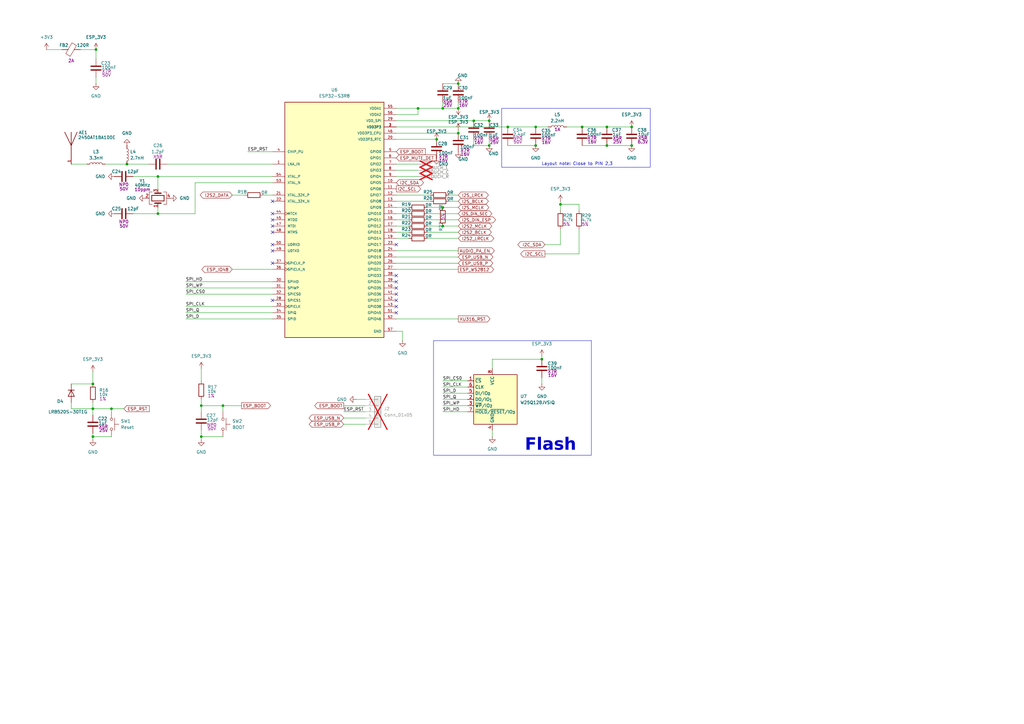
<source format=kicad_sch>
(kicad_sch (version 20250114) (generator "eeschema") (generator_version "9.0")
  (paper "A3")
  (title_block (title "Drop in replacement PCB for Nest mini GEN2") (rev "v1") (company "by iMike78 (inpired by Onju voice and HA VPE)"))
  (rectangle (start 205.74 44.45) (end 266.7 68.58))
  (rectangle (start 177.8 139.7) (end 242.57 186.69))
  (text "Layout note: Close to PIN 2,3" (at 236.728 67.31 0) (effects (font (size 1.27 1.27))))
  (text "Flash" (at 225.806 183.896 0) (effects (font (size 5 5) (bold yes))))
  (junction (at 82.55 179.07))
  (junction (at 39.37 20.32))
  (junction (at 179.07 57.15))
  (junction (at 200.66 49.53))
  (junction (at 52.07 67.31))
  (junction (at 82.55 166.37))
  (junction (at 187.96 34.29))
  (junction (at 229.87 83.82))
  (junction (at 219.71 52.07))
  (junction (at 238.76 52.07))
  (junction (at 181.61 92.71))
  (junction (at 91.44 166.37))
  (junction (at 64.77 87.63))
  (junction (at 187.96 44.45))
  (junction (at 38.1 179.07))
  (junction (at 171.45 44.45))
  (junction (at 194.31 49.53))
  (junction (at 181.61 44.45))
  (junction (at 222.25 147.32))
  (junction (at 200.66 59.69))
  (junction (at 219.71 59.69))
  (junction (at 38.1 167.64))
  (junction (at 181.61 85.09))
  (junction (at 64.77 72.39))
  (junction (at 259.08 59.69))
  (junction (at 248.92 59.69))
  (junction (at 208.28 52.07))
  (junction (at 45.72 167.64))
  (junction (at 259.08 52.07))
  (junction (at 38.1 157.48))
  (junction (at 248.92 52.07))
  (junction (at 187.96 54.61))
  (no_connect (at 162.56 120.65))
  (no_connect (at 162.56 115.57))
  (no_connect (at 111.76 90.17))
  (no_connect (at 162.56 123.19))
  (no_connect (at 111.76 92.71))
  (no_connect (at 162.56 125.73))
  (no_connect (at 162.56 100.33))
  (no_connect (at 111.76 107.95))
  (no_connect (at 111.76 95.25))
  (no_connect (at 162.56 128.27))
  (no_connect (at 162.56 118.11))
  (no_connect (at 162.56 113.03))
  (no_connect (at 111.76 102.87))
  (no_connect (at 111.76 100.33))
  (no_connect (at 111.76 82.55))
  (no_connect (at 111.76 87.63))
  (no_connect (at 111.76 123.19))
  (wire (pts (xy 76.2 118.11) (xy 111.76 118.11)))
  (wire (pts (xy 162.56 135.89) (xy 165.1 135.89)))
  (wire (pts (xy 181.61 156.21) (xy 191.77 156.21)))
  (wire (pts (xy 184.15 82.55) (xy 187.96 82.55)))
  (wire (pts (xy 201.93 147.32) (xy 201.93 151.13)))
  (wire (pts (xy 200.66 49.53) (xy 194.31 49.53)))
  (wire (pts (xy 64.77 87.63) (xy 64.77 85.09)))
  (wire (pts (xy 201.93 176.53) (xy 201.93 179.07)))
  (wire (pts (xy 184.15 80.01) (xy 187.96 80.01)))
  (wire (pts (xy 38.1 179.07) (xy 38.1 180.34)))
  (wire (pts (xy 38.1 167.64) (xy 38.1 170.18)))
  (wire (pts (xy 29.21 157.48) (xy 38.1 157.48)))
  (wire (pts (xy 181.61 168.91) (xy 191.77 168.91)))
  (wire (pts (xy 43.18 67.31) (xy 52.07 67.31)))
  (wire (pts (xy 181.61 34.29) (xy 187.96 34.29)))
  (wire (pts (xy 82.55 179.07) (xy 82.55 180.34)))
  (wire (pts (xy 38.1 179.07) (xy 45.72 179.07)))
  (wire (pts (xy 175.26 97.79) (xy 187.96 97.79)))
  (wire (pts (xy 248.92 52.07) (xy 259.08 52.07)))
  (wire (pts (xy 187.96 110.49) (xy 162.56 110.49)))
  (wire (pts (xy 237.49 83.82) (xy 237.49 86.36)))
  (wire (pts (xy 101.6 62.23) (xy 111.76 62.23)))
  (wire (pts (xy 29.21 167.64) (xy 38.1 167.64)))
  (wire (pts (xy 38.1 165.1) (xy 38.1 167.64)))
  (wire (pts (xy 175.26 95.25) (xy 187.96 95.25)))
  (wire (pts (xy 238.76 52.07) (xy 248.92 52.07)))
  (wire (pts (xy 187.96 54.61) (xy 187.96 53.34)))
  (wire (pts (xy 162.56 87.63) (xy 167.64 87.63)))
  (wire (pts (xy 162.56 54.61) (xy 187.96 54.61)))
  (wire (pts (xy 222.25 154.94) (xy 222.25 157.48)))
  (wire (pts (xy 80.01 87.63) (xy 80.01 74.93)))
  (wire (pts (xy 187.96 107.95) (xy 162.56 107.95)))
  (wire (pts (xy 229.87 82.55) (xy 229.87 83.82)))
  (wire (pts (xy 162.56 85.09) (xy 167.64 85.09)))
  (wire (pts (xy 237.49 104.14) (xy 223.52 104.14)))
  (wire (pts (xy 222.25 147.32) (xy 201.93 147.32)))
  (wire (pts (xy 175.26 85.09) (xy 181.61 85.09)))
  (wire (pts (xy 171.45 67.31) (xy 162.56 67.31)))
  (wire (pts (xy 171.45 46.99) (xy 171.45 44.45)))
  (wire (pts (xy 107.95 80.01) (xy 111.76 80.01)))
  (wire (pts (xy 162.56 49.53) (xy 194.31 49.53)))
  (wire (pts (xy 19.05 20.32) (xy 25.4 20.32)))
  (wire (pts (xy 29.21 165.1) (xy 29.21 167.64)))
  (wire (pts (xy 175.26 92.71) (xy 181.61 92.71)))
  (wire (pts (xy 38.1 152.4) (xy 38.1 157.48)))
  (wire (pts (xy 181.61 158.75) (xy 191.77 158.75)))
  (wire (pts (xy 76.2 115.57) (xy 111.76 115.57)))
  (wire (pts (xy 187.96 41.91) (xy 187.96 44.45)))
  (wire (pts (xy 165.1 135.89) (xy 165.1 139.7)))
  (wire (pts (xy 140.97 166.37) (xy 149.86 166.37)))
  (wire (pts (xy 162.56 46.99) (xy 171.45 46.99)))
  (wire (pts (xy 82.55 151.13) (xy 82.55 156.21)))
  (wire (pts (xy 91.44 166.37) (xy 91.44 168.91)))
  (wire (pts (xy 200.66 59.69) (xy 200.66 57.15)))
  (wire (pts (xy 181.61 85.09) (xy 187.96 85.09)))
  (wire (pts (xy 162.56 44.45) (xy 171.45 44.45)))
  (wire (pts (xy 162.56 90.17) (xy 167.64 90.17)))
  (wire (pts (xy 68.58 67.31) (xy 111.76 67.31)))
  (wire (pts (xy 64.77 72.39) (xy 64.77 77.47)))
  (wire (pts (xy 222.25 146.05) (xy 222.25 147.32)))
  (wire (pts (xy 38.1 177.8) (xy 38.1 179.07)))
  (wire (pts (xy 39.37 20.32) (xy 39.37 24.13)))
  (wire (pts (xy 76.2 128.27) (xy 111.76 128.27)))
  (wire (pts (xy 80.01 74.93) (xy 111.76 74.93)))
  (wire (pts (xy 162.56 52.07) (xy 208.28 52.07)))
  (wire (pts (xy 181.61 44.45) (xy 187.96 44.45)))
  (wire (pts (xy 82.55 166.37) (xy 91.44 166.37)))
  (wire (pts (xy 248.92 59.69) (xy 259.08 59.69)))
  (wire (pts (xy 181.61 41.91) (xy 181.61 44.45)))
  (wire (pts (xy 171.45 69.85) (xy 162.56 69.85)))
  (wire (pts (xy 219.71 52.07) (xy 224.79 52.07)))
  (wire (pts (xy 238.76 59.69) (xy 248.92 59.69)))
  (wire (pts (xy 162.56 57.15) (xy 179.07 57.15)))
  (wire (pts (xy 162.56 97.79) (xy 167.64 97.79)))
  (wire (pts (xy 162.56 95.25) (xy 167.64 95.25)))
  (wire (pts (xy 187.96 105.41) (xy 162.56 105.41)))
  (wire (pts (xy 45.72 167.64) (xy 45.72 168.91)))
  (wire (pts (xy 237.49 93.98) (xy 237.49 104.14)))
  (wire (pts (xy 140.97 171.45) (xy 149.86 171.45)))
  (wire (pts (xy 54.61 72.39) (xy 64.77 72.39)))
  (wire (pts (xy 54.61 87.63) (xy 64.77 87.63)))
  (wire (pts (xy 76.2 130.81) (xy 111.76 130.81)))
  (wire (pts (xy 39.37 31.75) (xy 39.37 34.29)))
  (wire (pts (xy 181.61 161.29) (xy 191.77 161.29)))
  (wire (pts (xy 146.05 163.83) (xy 149.86 163.83)))
  (wire (pts (xy 194.31 59.69) (xy 194.31 57.15)))
  (wire (pts (xy 162.56 130.81) (xy 187.96 130.81)))
  (wire (pts (xy 162.56 82.55) (xy 176.53 82.55)))
  (wire (pts (xy 162.56 92.71) (xy 167.64 92.71)))
  (wire (pts (xy 208.28 52.07) (xy 219.71 52.07)))
  (wire (pts (xy 33.02 20.32) (xy 39.37 20.32)))
  (wire (pts (xy 82.55 163.83) (xy 82.55 166.37)))
  (wire (pts (xy 181.61 163.83) (xy 191.77 163.83)))
  (wire (pts (xy 140.97 168.91) (xy 149.86 168.91)))
  (wire (pts (xy 187.96 102.87) (xy 162.56 102.87)))
  (wire (pts (xy 229.87 100.33) (xy 223.52 100.33)))
  (wire (pts (xy 95.25 110.49) (xy 111.76 110.49)))
  (wire (pts (xy 175.26 90.17) (xy 187.96 90.17)))
  (wire (pts (xy 111.76 72.39) (xy 64.77 72.39)))
  (wire (pts (xy 229.87 83.82) (xy 237.49 83.82)))
  (wire (pts (xy 29.21 67.31) (xy 35.56 67.31)))
  (wire (pts (xy 82.55 176.53) (xy 82.55 179.07)))
  (wire (pts (xy 200.66 59.69) (xy 194.31 59.69)))
  (wire (pts (xy 140.97 173.99) (xy 149.86 173.99)))
  (wire (pts (xy 76.2 120.65) (xy 111.76 120.65)))
  (wire (pts (xy 95.25 80.01) (xy 100.33 80.01)))
  (wire (pts (xy 91.44 179.07) (xy 82.55 179.07)))
  (wire (pts (xy 181.61 166.37) (xy 191.77 166.37)))
  (wire (pts (xy 232.41 52.07) (xy 238.76 52.07)))
  (wire (pts (xy 181.61 92.71) (xy 187.96 92.71)))
  (wire (pts (xy 38.1 167.64) (xy 45.72 167.64)))
  (wire (pts (xy 229.87 83.82) (xy 229.87 86.36)))
  (wire (pts (xy 82.55 166.37) (xy 82.55 168.91)))
  (wire (pts (xy 208.28 59.69) (xy 219.71 59.69)))
  (wire (pts (xy 76.2 125.73) (xy 111.76 125.73)))
  (wire (pts (xy 45.72 167.64) (xy 50.8 167.64)))
  (wire (pts (xy 171.45 72.39) (xy 162.56 72.39)))
  (wire (pts (xy 64.77 87.63) (xy 80.01 87.63)))
  (wire (pts (xy 171.45 44.45) (xy 181.61 44.45)))
  (wire (pts (xy 175.26 87.63) (xy 187.96 87.63)))
  (wire (pts (xy 229.87 93.98) (xy 229.87 100.33)))
  (wire (pts (xy 91.44 166.37) (xy 99.06 166.37)))
  (wire (pts (xy 52.07 67.31) (xy 60.96 67.31)))
  (wire (pts (xy 162.56 80.01) (xy 176.53 80.01)))
  (label "SPI_CS0" (at 181.61 156.21 0))
  (label "SPI_D" (at 181.61 161.29 0))
  (label "SPI_CLK" (at 181.61 158.75 0))
  (label "ESP_RST" (at 140.97 168.91 0))
  (label "SPI_HD" (at 76.2 115.57 0))
  (label "SPI_CS0" (at 76.2 120.65 0))
  (label "SPI_D" (at 76.2 130.81 0))
  (label "SPI_CLK" (at 76.2 125.73 0))
  (label "SPI_Q" (at 181.61 163.83 0))
  (label "ESP_RST" (at 101.6 62.23 0))
  (label "SPI_WP" (at 181.61 166.37 0))
  (label "SPI_Q" (at 76.2 128.27 0))
  (label "SPI_WP" (at 76.2 118.11 0))
  (label "SPI_HD" (at 181.61 168.91 0))
  (global_label "ESP_USB_P" (shape bidirectional) (at 187.96 107.95 0) (property "Intersheetrefs" "${INTERSHEET_REFS}" (effects (hide yes))))
  (global_label "I2S_DIN_SEC" (shape bidirectional) (at 187.96 87.63 0) (effects (font (size 1.143 1.143))) (property "Intersheetrefs" "${INTERSHEET_REFS}" (effects (hide yes))))
  (global_label "ESP_MUTE_DET" (shape input) (at 162.56 64.77 0) (property "Intersheetrefs" "${INTERSHEET_REFS}" (effects (hide yes))))
  (global_label "ESP_RST" (shape input) (at 50.8 167.64 0) (property "Intersheetrefs" "${INTERSHEET_REFS}" (effects (hide yes))))
  (global_label "I2S_DIN_ESP" (shape bidirectional) (at 187.96 90.17 0) (property "Intersheetrefs" "${INTERSHEET_REFS}" (effects (hide yes))))
  (global_label "I2C_SDA" (shape bidirectional) (at 223.52 100.33 180) (property "Intersheetrefs" "${INTERSHEET_REFS}" (effects (hide yes))))
  (global_label "I2S2_DATA" (shape bidirectional) (at 95.25 80.01 180) (property "Intersheetrefs" "${INTERSHEET_REFS}" (effects (hide yes))))
  (global_label "I2C_SCL" (shape output) (at 223.52 104.14 180) (property "Intersheetrefs" "${INTERSHEET_REFS}" (effects (hide yes))))
  (global_label "I2S2_MCLK" (shape bidirectional) (at 187.96 92.71 0) (property "Intersheetrefs" "${INTERSHEET_REFS}" (effects (hide yes))))
  (global_label "I2S_MCLK" (shape bidirectional) (at 187.96 85.09 0) (property "Intersheetrefs" "${INTERSHEET_REFS}" (effects (hide yes))))
  (global_label "ESP_BOOT" (shape input) (at 162.56 62.23 0) (property "Intersheetrefs" "${INTERSHEET_REFS}" (effects (hide yes))))
  (global_label "ESP_USB_N" (shape bidirectional) (at 140.97 171.45 180) (property "Intersheetrefs" "${INTERSHEET_REFS}" (effects (hide yes))))
  (global_label "ESP_BOOT" (shape output) (at 140.97 166.37 180) (property "Intersheetrefs" "${INTERSHEET_REFS}" (effects (hide yes))))
  (global_label "XU316_RST" (shape output) (at 187.96 130.81 0) (property "Intersheetrefs" "${INTERSHEET_REFS}" (effects (hide yes))))
  (global_label "I2S2_BCLK" (shape bidirectional) (at 187.96 95.25 0) (property "Intersheetrefs" "${INTERSHEET_REFS}" (effects (hide yes))))
  (global_label "AUDIO_PA_EN" (shape output) (at 187.96 102.87 0) (property "Intersheetrefs" "${INTERSHEET_REFS}" (effects (hide yes))))
  (global_label "ESP_BOOT" (shape output) (at 99.06 166.37 0) (property "Intersheetrefs" "${INTERSHEET_REFS}" (effects (hide yes))))
  (global_label "I2C_SCL" (shape output) (at 162.56 77.47 0) (property "Intersheetrefs" "${INTERSHEET_REFS}" (effects (hide yes))))
  (global_label "I2S2_LRCLK" (shape bidirectional) (at 187.96 97.79 0) (property "Intersheetrefs" "${INTERSHEET_REFS}" (effects (hide yes))))
  (global_label "ESP_WS2812" (shape output) (at 187.96 110.49 0) (property "Intersheetrefs" "${INTERSHEET_REFS}" (effects (hide yes))))
  (global_label "ESP_USB_N" (shape bidirectional) (at 187.96 105.41 0) (property "Intersheetrefs" "${INTERSHEET_REFS}" (effects (hide yes))))
  (global_label "ESP_IO48" (shape bidirectional) (at 95.25 110.49 180) (property "Intersheetrefs" "${INTERSHEET_REFS}" (effects (hide yes))))
  (global_label "I2S_BCLK" (shape bidirectional) (at 187.96 82.55 0) (property "Intersheetrefs" "${INTERSHEET_REFS}" (effects (hide yes))))
  (global_label "I2C_SDA" (shape bidirectional) (at 162.56 74.93 0) (property "Intersheetrefs" "${INTERSHEET_REFS}" (effects (hide yes))))
  (global_label "ESP_USB_P" (shape bidirectional) (at 140.97 173.99 180) (property "Intersheetrefs" "${INTERSHEET_REFS}" (effects (hide yes))))
  (global_label "I2S_LRCK" (shape bidirectional) (at 187.96 80.01 0) (property "Intersheetrefs" "${INTERSHEET_REFS}" (effects (hide yes))))
  (symbol (lib_id "power:GND") (at 200.66 59.69 0) (unit 1)
    (property "Reference" "#PWR063" (effects (hide yes)))
    (property "Value" "GND" (at 202.438 62.992 0))
    (property "Description" "Power symbol creates a global label with name \"GND\" , ground" (effects (hide yes)))
  )
  (symbol (lib_id "Device:C") (at 219.71 55.88 0) (unit 1)
    (property "Reference" "C35" (at 221.996 53.594 0) (effects (justify left)))
    (property "Value" "100nF" (at 221.996 55.372 0) (effects (justify left)))
    (property "Footprint" "Capacitor_SMD:C_0402_1005Metric" (effects (hide yes)))
    (property "Description" "Unpolarized capacitor" (effects (hide yes)))
    (property "Dielectric" "X7R" (at 224.028 56.896 0))
    (property "Voltage" "16V" (at 224.028 58.42 0))
    (property "Function" "ESP32" (effects (hide yes)))
    (property "LCSC Part #" "C1525" (effects (hide yes)))
    (property "Manufacturer" "Samsung Electro-Mechanics" (effects (hide yes)))
    (property "Manufacturer Part" "CL05B104KO5NNNC" (effects (hide yes)))
    (property "MPN" "CL05B104KO5NNNC" (effects (hide yes)))
  )
  (symbol (lib_id "Device:C") (at 38.1 173.99 0) (unit 1)
    (property "Reference" "C22" (at 40.132 171.704 0) (effects (justify left)))
    (property "Value" "1uF" (at 40.386 173.482 0) (effects (justify left)))
    (property "Footprint" "Capacitor_SMD:C_0402_1005Metric" (effects (hide yes)))
    (property "Description" "Unpolarized capacitor" (effects (hide yes)))
    (property "Dielectric" "X5R" (at 42.418 175.006 0))
    (property "Voltage" "25V" (at 42.418 176.53 0))
    (property "Function" "ESP32" (effects (hide yes)))
    (property "Supplier Part" "C52923" (effects (hide yes)))
    (property "Manufacturer" "Samsung Electro-Mechanics" (effects (hide yes)))
    (property "Manufacturer Part" "CL05A105KA5NQNC" (effects (hide yes)))
    (property "LCSC Part #" "C52923" (effects (hide yes)))
  )
  (symbol (lib_id "New_Library:ESP_3V3") (at 187.96 53.34 0) (unit 1)
    (property "Reference" "#PWR060" (effects (hide yes)))
    (property "Value" "ESP_3V3" (at 187.96 50.038 0))
    (property "Description" "Power symbol creates a global label with name \"+3.3V\"" (effects (hide yes)))
  )
  (symbol (lib_id "Device:C") (at 181.61 38.1 0) (unit 1)
    (property "Reference" "C29" (at 181.61 36.068 0) (effects (justify left)))
    (property "Value" "1uF" (at 181.61 40.132 0) (effects (justify left)))
    (property "Footprint" "Capacitor_SMD:C_0402_1005Metric" (effects (hide yes)))
    (property "Description" "Unpolarized capacitor" (effects (hide yes)))
    (property "Dielectric" "X5R" (at 183.642 41.656 0))
    (property "Voltage" "25V" (at 183.642 43.18 0))
    (property "Function" "ESP32" (effects (hide yes)))
    (property "LCSC Part #" "C52923" (effects (hide yes)))
    (property "Manufacturer" "Samsung Electro-Mechanics" (effects (hide yes)))
    (property "Manufacturer Part" "CL05A105KA5NQNC" (effects (hide yes)))
    (property "MPN" "CL05A105KA5NQNC" (effects (hide yes)))
  )
  (symbol (lib_id "power:GND") (at 165.1 139.7 0) (unit 1)
    (property "Reference" "#PWR055" (effects (hide yes)))
    (property "Value" "GND" (at 165.1 144.78 0))
    (property "Description" "Power symbol creates a global label with name \"GND\" , ground" (effects (hide yes)))
  )
  (symbol (lib_id "Device:L") (at 39.37 67.31 90) (unit 1)
    (property "Reference" "L3" (at 39.37 62.23 90))
    (property "Value" "3.3nH" (at 39.37 64.77 90))
    (property "Footprint" "Inductor_SMD:L_0402_1005Metric" (effects (hide yes)))
    (property "Description" "Inductor" (effects (hide yes)))
    (property "Function" "ESP32" (effects (hide yes)))
    (property "LCSC Part #" "C16526" (effects (hide yes)))
    (property "Manufacturer" "Sunlord" (effects (hide yes)))
    (property "Manufacturer Part" "SDCL1005C3N3STDF" (effects (hide yes)))
    (property "MPN" "SDCL1005C3N3STDF" (effects (hide yes)))
  )
  (symbol (lib_id "power:GND") (at 222.25 157.48 0) (unit 1)
    (property "Reference" "#PWR070" (effects (hide yes)))
    (property "Value" "GND" (at 222.25 162.56 0))
    (property "Description" "Power symbol creates a global label with name \"GND\" , ground" (effects (hide yes)))
  )
  (symbol (lib_id "Device:L") (at 52.07 63.5 0) (unit 1)
    (property "Reference" "L4" (at 53.34 62.2299 0) (effects (justify left)))
    (property "Value" "2.7nH" (at 53.34 64.7699 0) (effects (justify left)))
    (property "Footprint" "Inductor_SMD:L_0402_1005Metric" (effects (hide yes)))
    (property "Description" "Inductor" (effects (hide yes)))
    (property "Function" "ESP32" (effects (hide yes)))
    (property "LCSC Part #" "C434826" (effects (hide yes)))
    (property "Manufacturer" "TDK" (effects (hide yes)))
    (property "Manufacturer Part" "MHQ1005P2N7BT000" (effects (hide yes)))
    (property "MPN" "MHQ1005P2N7BT000" (effects (hide yes)))
  )
  (symbol (lib_id "New_Library:ESP_3V3") (at 200.66 49.53 0) (unit 1)
    (property "Reference" "#PWR062" (effects (hide yes)))
    (property "Value" "ESP_3V3" (at 200.66 45.974 0))
    (property "Description" "Power symbol creates a global label with name \"+3.3V\"" (effects (hide yes)))
  )
  (symbol (lib_id "Device:C") (at 187.96 38.1 0) (unit 1)
    (property "Reference" "C30" (at 187.96 36.068 0) (effects (justify left)))
    (property "Value" "100nF" (at 187.96 40.132 0) (effects (justify left)))
    (property "Footprint" "Capacitor_SMD:C_0402_1005Metric" (effects (hide yes)))
    (property "Description" "Unpolarized capacitor" (effects (hide yes)))
    (property "Dielectric" "X7R" (at 189.992 41.656 0))
    (property "Voltage" "16V" (at 189.992 43.18 0))
    (property "Function" "ESP32" (effects (hide yes)))
    (property "LCSC Part #" "C1525" (effects (hide yes)))
    (property "Manufacturer" "Samsung Electro-Mechanics" (effects (hide yes)))
    (property "Manufacturer Part" "CL05B104KO5NNNC" (effects (hide yes)))
    (property "MPN" "CL05B104KO5NNNC" (effects (hide yes)))
  )
  (symbol (lib_id "New_Library:ESP_3V3") (at 187.96 44.45 180) (unit 1)
    (property "Reference" "#PWR059" (effects (hide yes)))
    (property "Value" "ESP_3V3" (at 187.96 48.006 0))
    (property "Description" "Power symbol creates a global label with name \"+3.3V\"" (effects (hide yes)))
  )
  (symbol (lib_id "Device:C") (at 222.25 151.13 0) (unit 1)
    (property "Reference" "C39" (at 224.536 149.098 0) (effects (justify left)))
    (property "Value" "100nF" (at 224.536 150.876 0) (effects (justify left)))
    (property "Footprint" "Capacitor_SMD:C_0402_1005Metric" (effects (hide yes)))
    (property "Description" "Unpolarized capacitor" (effects (hide yes)))
    (property "Dielectric" "X7R" (at 226.568 152.4 0))
    (property "Voltage" "16V" (at 226.568 153.924 0))
    (property "Function" "ESP32" (effects (hide yes)))
    (property "LCSC Part #" "C1525" (effects (hide yes)))
    (property "Manufacturer" "Samsung Electro-Mechanics" (effects (hide yes)))
    (property "Manufacturer Part" "CL05B104KO5NNNC" (effects (hide yes)))
    (property "MPN" "CL05B104KO5NNNC" (effects (hide yes)))
  )
  (symbol (lib_id "power:GND") (at 39.37 34.29 0) (unit 1)
    (property "Reference" "#PWR046" (effects (hide yes)))
    (property "Value" "GND" (at 39.37 39.37 0))
    (property "Description" "Power symbol creates a global label with name \"GND\" , ground" (effects (hide yes)))
  )
  (symbol (lib_id "power:GND") (at 179.07 64.77 0) (unit 1)
    (property "Reference" "#PWR057" (effects (hide yes)))
    (property "Value" "GND" (at 181.864 67.31 0))
    (property "Description" "Power symbol creates a global label with name \"GND\" , ground" (effects (hide yes)))
  )
  (symbol (lib_id "power:GND") (at 201.93 179.07 0) (unit 1)
    (property "Reference" "#PWR066" (effects (hide yes)))
    (property "Value" "GND" (at 201.93 184.15 0))
    (property "Description" "Power symbol creates a global label with name \"GND\" , ground" (effects (hide yes)))
  )
  (symbol (lib_id "Connector_Generic:Conn_01x05") (at 154.94 168.91 0) (unit 1) (dnp yes)
    (property "Reference" "J2" (at 157.48 167.6399 0) (effects (justify left)))
    (property "Value" "Conn_01x05" (at 157.48 170.1799 0) (effects (justify left)))
    (property "Footprint" "Connector_PinHeader_2.54mm:PinHeader_1x05_P2.54mm_Vertical" (effects (hide yes)))
    (property "Description" "Generic connector, single row, 01x05, script generated (kicad-library-utils/schlib/autogen/connector/)" (effects (hide yes)))
  )
  (symbol (lib_id "power:+3V3") (at 19.05 20.32 0) (unit 1)
    (property "Reference" "#PWR042" (effects (hide yes)))
    (property "Value" "+3V3" (at 19.05 15.24 0))
    (property "Description" "Power symbol creates a global label with name \"+3V3\"" (effects (hide yes)))
  )
  (symbol (lib_id "New_Library:ESP_3V3") (at 259.08 52.07 0) (unit 1)
    (property "Reference" "#PWR067" (effects (hide yes)))
    (property "Value" "ESP_3V3" (at 259.08 46.99 0))
    (property "Description" "Power symbol creates a global label with name \"+3.3V\"" (effects (hide yes)))
  )
  (symbol (lib_id "New_Library:ESP_3V3") (at 82.55 151.13 0) (unit 1)
    (property "Reference" "#PWR052" (effects (hide yes)))
    (property "Value" "ESP_3V3" (at 82.55 146.05 0))
    (property "Description" "Power symbol creates a global label with name \"+3.3V\"" (effects (hide yes)))
  )
  (symbol (lib_id "Connector:TestPoint") (at 171.45 72.39 270) (unit 1) (in_bom no) (dnp yes)
    (property "Reference" "TP3" (effects (hide yes)))
    (property "Value" "TOUCH_R" (at 175.514 72.39 90) (effects (justify left)))
    (property "Footprint" "TestPoint:TestPoint_Pad_2.5x2.5mm" (effects (hide yes)))
    (property "Description" "test point" (effects (hide yes)))
  )
  (symbol (lib_id "Device:C") (at 82.55 172.72 0) (unit 1)
    (property "Reference" "C27" (at 84.582 170.434 0) (effects (justify left)))
    (property "Value" "12pF" (at 84.836 172.212 0) (effects (justify left)))
    (property "Footprint" "Capacitor_SMD:C_0402_1005Metric" (effects (hide yes)))
    (property "Description" "Unpolarized capacitor" (effects (hide yes)))
    (property "Dielectric" "NP0" (at 86.868 174.244 0))
    (property "Voltage" "50V" (at 86.868 175.768 0))
    (property "Function" "ESP32" (effects (hide yes)))
    (property "Supplier Part" "C1547" (effects (hide yes)))
    (property "Manufacturer" "FH (Guangdong Fenghua Advanced Tech)" (effects (hide yes)))
    (property "Manufacturer Part" "0402CG120J500NT" (effects (hide yes)))
    (property "LCSC Part #" "C1547" (effects (hide yes)))
    (property "MPN" "0402CG120J500NT" (effects (hide yes)))
  )
  (symbol (lib_id "Device:D") (at 29.21 161.29 270) (unit 1)
    (property "Reference" "D4" (at 23.368 164.592 90) (effects (justify left)))
    (property "Value" "LRB520S-30T1G" (at 19.812 168.91 90) (effects (justify left)))
    (property "Footprint" "Diode_SMD:D_SOD-523" (effects (hide yes)))
    (property "Description" "Diode" (effects (hide yes)))
    (property "Sim.Device" "D" (effects (hide yes)))
    (property "Sim.Pins" "1=K 2=A" (effects (hide yes)))
    (property "Function" "ESP32" (effects (hide yes)))
    (property "Supplier Part" "C83680" (effects (hide yes)))
    (property "MANUFACTURER" "LRC" (effects (hide yes)))
    (property "MP" "LRB520S-30T1G" (effects (hide yes)))
    (property "Manufacturer" "LRC" (effects (hide yes)))
    (property "Manufacturer Part" "LRB520S-30T1G" (effects (hide yes)))
    (property "LCSC Part #" "C83680" (effects (hide yes)))
  )
  (symbol (lib_id "Device:R") (at 180.34 82.55 90) (unit 1)
    (property "Reference" "R26" (at 175.514 81.28 90))
    (property "Value" "0R" (at 184.658 81.534 90))
    (property "Footprint" "Resistor_SMD:R_0402_1005Metric" (effects (hide yes)))
    (property "Description" "Resistor" (effects (hide yes)))
    (property "Tolerance" "5%" (effects (hide yes)))
    (property "LCSC Part #" "C17168" (effects (hide yes)))
    (property "Manufacturer" "UNI-ROYAL(Uniroyal Elec)" (effects (hide yes)))
    (property "Manufacturer Part" "0402WGF0000TCE" (effects (hide yes)))
    (property "MPN" "0402WGF0000TCE" (effects (hide yes)))
  )
  (symbol (lib_id "New_Library:ESP_3V3") (at 229.87 82.55 0) (unit 1)
    (property "Reference" "#PWR065" (effects (hide yes)))
    (property "Value" "ESP_3V3" (at 229.87 77.47 0))
    (property "Description" "Power symbol creates a global label with name \"+3.3V\"" (effects (hide yes)))
  )
  (symbol (lib_id "New_Library:ESP_3V3") (at 179.07 57.15 0) (unit 1)
    (property "Reference" "#PWR056" (effects (hide yes)))
    (property "Value" "ESP_3V3" (at 179.07 53.848 0))
    (property "Description" "Power symbol creates a global label with name \"+3.3V\"" (effects (hide yes)))
  )
  (symbol (lib_id "Device:C") (at 50.8 72.39 90) (unit 1)
    (property "Reference" "C24" (at 47.752 70.358 90))
    (property "Value" "12pF" (at 54.61 70.358 90))
    (property "Footprint" "Capacitor_SMD:C_0402_1005Metric" (effects (hide yes)))
    (property "Description" "Unpolarized capacitor" (effects (hide yes)))
    (property "Dielectric" "NP0" (at 50.8 75.692 90))
    (property "Voltage" "50V" (at 50.8 77.47 90))
    (property "Function" "ESP32" (effects (hide yes)))
    (property "LCSC Part #" "C1547" (effects (hide yes)))
    (property "Manufacturer" "FH (Guangdong Fenghua Advanced Tech)" (effects (hide yes)))
    (property "Manufacturer Part" "0402CG120J500NT" (effects (hide yes)))
    (property "MPN" "0402CG120J500NT" (effects (hide yes)))
  )
  (symbol (lib_id "Device:R") (at 171.45 97.79 90) (unit 1)
    (property "Reference" "R24" (at 166.624 96.52 90))
    (property "Value" "0R" (at 175.768 96.774 90))
    (property "Footprint" "Resistor_SMD:R_0402_1005Metric" (effects (hide yes)))
    (property "Description" "Resistor" (effects (hide yes)))
    (property "Tolerance" "5%" (effects (hide yes)))
    (property "LCSC Part #" "C17168" (effects (hide yes)))
    (property "Manufacturer" "UNI-ROYAL(Uniroyal Elec)" (effects (hide yes)))
    (property "Manufacturer Part" "0402WGF0000TCE" (effects (hide yes)))
    (property "MPN" "0402WGF0000TCE" (effects (hide yes)))
  )
  (symbol (lib_id "Device:R") (at 104.14 80.01 90) (unit 1)
    (property "Reference" "R18" (at 99.314 78.74 90))
    (property "Value" "0R" (at 108.458 78.994 90))
    (property "Footprint" "Resistor_SMD:R_0402_1005Metric" (effects (hide yes)))
    (property "Description" "Resistor" (effects (hide yes)))
    (property "Tolerance" "5%" (effects (hide yes)))
    (property "LCSC Part #" "C17168" (effects (hide yes)))
    (property "Manufacturer" "UNI-ROYAL(Uniroyal Elec)" (effects (hide yes)))
    (property "Manufacturer Part" "0402WGF0000TCE" (effects (hide yes)))
    (property "MPN" "0402WGF0000TCE" (effects (hide yes)))
  )
  (symbol (lib_id "power:GND") (at 219.71 59.69 0) (unit 1)
    (property "Reference" "#PWR064" (effects (hide yes)))
    (property "Value" "GND" (at 219.71 64.77 0))
    (property "Description" "Power symbol creates a global label with name \"GND\" , ground" (effects (hide yes)))
  )
  (symbol (lib_id "Device:R") (at 180.34 80.01 90) (unit 1)
    (property "Reference" "R25" (at 175.514 78.74 90))
    (property "Value" "0R" (at 184.658 78.994 90))
    (property "Footprint" "Resistor_SMD:R_0402_1005Metric" (effects (hide yes)))
    (property "Description" "Resistor" (effects (hide yes)))
    (property "Tolerance" "5%" (effects (hide yes)))
    (property "LCSC Part #" "C17168" (effects (hide yes)))
    (property "Manufacturer" "UNI-ROYAL(Uniroyal Elec)" (effects (hide yes)))
    (property "Manufacturer Part" "0402WGF0000TCE" (effects (hide yes)))
    (property "MPN" "0402WGF0000TCE" (effects (hide yes)))
  )
  (symbol (lib_id "Device:C") (at 64.77 67.31 90) (unit 1)
    (property "Reference" "C26" (at 64.77 59.69 90))
    (property "Value" "1.2pF" (at 64.77 62.23 90))
    (property "Footprint" "Capacitor_SMD:C_0402_1005Metric" (effects (hide yes)))
    (property "Description" "Unpolarized capacitor" (effects (hide yes)))
    (property "Dielectric" "X5R" (at 64.77 64.262 90))
    (property "Function" "ESP32" (effects (hide yes)))
    (property "Voltage" "10V" (effects (hide yes)))
    (property "LCSC Part #" "C327292" (effects (hide yes)))
    (property "Manufacturer" "YAGEO" (effects (hide yes)))
    (property "Manufacturer Part" "CC0402BRNPO9BN1R2" (effects (hide yes)))
    (property "MPN" "CC0402BRNPO9BN1R2" (effects (hide yes)))
  )
  (symbol (lib_id "New_Library:ESP32-S3R8") (at 137.16 90.17 0) (unit 1)
    (property "Reference" "U6" (at 137.16 36.83 0))
    (property "Value" "ESP32-S3R8" (at 137.16 39.37 0))
    (property "Footprint" "Onju:QFN40P700X700X90-57N" (effects (hide yes)))
    (property "MF" "Espressif Systems" (effects (hide yes)))
    (property "Description_1" "IC RF TxRx + MCU Bluetooth, WiFi 802.11b/g/n, Bluetooth v5.0 2.412GHz ~ 2.484GHz 56-VFQFN Exposed Pad" (effects (hide yes)))
    (property "Package" "None" (effects (hide yes)))
    (property "Price" "None" (effects (hide yes)))
    (property "Check_prices" "https://www.snapeda.com/parts/ESP32-S3R8/Espressif+Systems/view-part/?ref=eda" (effects (hide yes)))
    (property "SnapEDA_Link" "https://www.snapeda.com/parts/ESP32-S3R8/Espressif+Systems/view-part/?ref=snap" (effects (hide yes)))
    (property "MP" "ESP32-S3R8" (effects (hide yes)))
    (property "Availability" "In Stock" (effects (hide yes)))
    (property "Purchase-URL" "https://pricing.snapeda.com/search/part/ESP32-S3R8/?ref=eda" (effects (hide yes)))
    (property "Function" "ESP32" (effects (hide yes)))
    (property "LCSC Part #" "C2913194" (effects (hide yes)))
    (property "Manufacturer" "Espressif Systems" (effects (hide yes)))
    (property "Manufacturer Part" "ESP32-S3R8" (effects (hide yes)))
    (property "MPN" "ESP32-S3R8" (effects (hide yes)))
  )
  (symbol (lib_id "Device:R") (at 237.49 90.17 0) (unit 1)
    (property "Reference" "R29" (at 238.506 88.392 0) (effects (justify left)))
    (property "Value" "4.7k" (at 238.506 90.17 0) (effects (justify left)))
    (property "Footprint" "Resistor_SMD:R_0402_1005Metric" (effects (hide yes)))
    (property "Description" "Resistor" (effects (hide yes)))
    (property "Tolerance" "5%" (at 240.03 91.948 0))
    (property "Function" "ESP32" (effects (hide yes)))
    (property "LCSC Part #" "C25900" (effects (hide yes)))
    (property "Manufacturer" "UNI-ROYAL(Uniroyal Elec)" (effects (hide yes)))
    (property "Manufacturer Part" "0402WGF4701TCE" (effects (hide yes)))
    (property "MPN" "0402WGF4701TCE" (effects (hide yes)))
  )
  (symbol (lib_id "Memory_Flash:W25Q128JVS") (at 201.93 163.83 0) (unit 1)
    (property "Reference" "U7" (at 213.36 162.5599 0) (effects (justify left)))
    (property "Value" "W25Q128JVSIQ" (at 213.36 165.0999 0) (effects (justify left)))
    (property "Footprint" "Package_SO:SOIC-8_5.3x5.3mm_P1.27mm" (effects (hide yes)))
    (property "Datasheet" "https://www.winbond.com/resource-files/w25q128jv_dtr%20revc%2003272018%20plus.pdf" (effects (hide yes)))
    (property "Description" "128Mbit / 16MiB Serial Flash Memory, Standard/Dual/Quad SPI, 2.7-3.6V, SOIC-8" (effects (hide yes)))
    (property "Function" "ESP32" (effects (hide yes)))
    (property "LCSC Part #" "C97521" (effects (hide yes)))
    (property "Manufacturer" "Winbond Elec" (effects (hide yes)))
    (property "Manufacturer Part" "W25Q128JVSIQ" (effects (hide yes)))
    (property "MPN" "W25Q128JVSIQ" (effects (hide yes)))
  )
  (symbol (lib_id "Device:C") (at 194.31 53.34 0) (unit 1)
    (property "Reference" "C32" (at 194.31 51.308 0) (effects (justify left)))
    (property "Value" "100nF" (at 194.31 55.372 0) (effects (justify left)))
    (property "Footprint" "Capacitor_SMD:C_0402_1005Metric" (effects (hide yes)))
    (property "Description" "Unpolarized capacitor" (effects (hide yes)))
    (property "Dielectric" "X7R" (at 196.342 56.896 0))
    (property "Voltage" "16V" (at 196.342 58.42 0))
    (property "Function" "ESP32" (effects (hide yes)))
    (property "LCSC Part #" "C1525" (effects (hide yes)))
    (property "Manufacturer" "Samsung Electro-Mechanics" (effects (hide yes)))
    (property "Manufacturer Part" "CL05B104KO5NNNC" (effects (hide yes)))
    (property "MPN" "CL05B104KO5NNNC" (effects (hide yes)))
  )
  (symbol (lib_id "Connector:TestPoint") (at 171.45 67.31 270) (unit 1) (in_bom no) (dnp yes)
    (property "Reference" "TP1" (effects (hide yes)))
    (property "Value" "TOUCH_L" (at 175.514 68.834 90) (effects (justify left)))
    (property "Footprint" "TestPoint:TestPoint_Pad_2.5x2.5mm" (effects (hide yes)))
    (property "Description" "test point" (effects (hide yes)))
  )
  (symbol (lib_id "New_Library:ESP_3V3") (at 222.25 146.05 0) (unit 1)
    (property "Reference" "#PWR069" (effects (hide yes)))
    (property "Value" "ESP_3V3" (at 222.25 140.97 0))
    (property "Description" "Power symbol creates a global label with name \"+3.3V\"" (effects (hide yes)))
  )
  (symbol (lib_id "Device:C") (at 248.92 55.88 0) (unit 1)
    (property "Reference" "C37" (at 250.952 53.34 0) (effects (justify left)))
    (property "Value" "1uF" (at 251.206 55.118 0) (effects (justify left)))
    (property "Footprint" "Capacitor_SMD:C_0402_1005Metric" (effects (hide yes)))
    (property "Description" "Unpolarized capacitor" (effects (hide yes)))
    (property "Dielectric" "X5R" (at 253.238 56.642 0))
    (property "Voltage" "25V" (at 253.238 58.166 0))
    (property "Function" "ESP32" (effects (hide yes)))
    (property "LCSC Part #" "C52923" (effects (hide yes)))
    (property "Manufacturer" "Samsung Electro-Mechanics" (effects (hide yes)))
    (property "Manufacturer Part" "CL05A105KA5NQNC" (effects (hide yes)))
    (property "MPN" "CL05A105KA5NQNC" (effects (hide yes)))
  )
  (symbol (lib_id "Switch:SW_Push") (at 45.72 173.99 270) (unit 1)
    (property "Reference" "SW1" (at 49.53 172.7199 90) (effects (justify left)))
    (property "Value" "Reset" (at 49.53 175.2599 90) (effects (justify left)))
    (property "Footprint" "Onju:SW-SMD_4P-L4.2-W3.2-P2.15-LS4.5" (effects (hide yes)))
    (property "Description" "Push button switch, generic, two pins" (effects (hide yes)))
    (property "Function" "ESP32" (effects (hide yes)))
    (property "Manufacturer" "C&K" (effects (hide yes)))
    (property "Manufacturer Part" "PTS810SJS250SMTRLFS" (effects (hide yes)))
    (property "Supplier Part" "C221897" (effects (hide yes)))
    (property "LCSC Part #" "C221897" (effects (hide yes)))
  )
  (symbol (lib_id "power:GND") (at 259.08 59.69 0) (unit 1)
    (property "Reference" "#PWR068" (effects (hide yes)))
    (property "Value" "GND" (at 259.08 64.77 0))
    (property "Description" "Power symbol creates a global label with name \"GND\" , ground" (effects (hide yes)))
  )
  (symbol (lib_id "New_Library:2450AT18A100E") (at 29.21 62.23 0) (unit 1)
    (property "Reference" "AE1" (at 32.258 54.356 0) (effects (justify left)))
    (property "Value" "2450AT18A100E" (at 32.004 56.388 0) (effects (justify left)))
    (property "Footprint" "RF_Antenna:Johanson_2450AT18x100" (effects (hide yes)))
    (property "MF" "Johanson Technology" (effects (hide yes)))
    (property "Description_1" "2.4GHz - Chip RF Antenna 2.4GHz ~ 2.5GHz 0.5dBi Solder Surface Mount" (effects (hide yes)))
    (property "Package" "Package" (effects (hide yes)))
    (property "Price" "None" (effects (hide yes)))
    (property "STANDARD" "IPC-7351B" (effects (hide yes)))
    (property "PARTREV" "1.3" (effects (hide yes)))
    (property "MP" "2450AT18A100E" (effects (hide yes)))
    (property "MANUFACTURER" "JOHANSON DESIGN" (effects (hide yes)))
    (property "Function" "ESP32" (effects (hide yes)))
    (property "LCSC Part #" "C89334" (effects (hide yes)))
    (property "Manufacturer" "JOHANSON DESIGN" (effects (hide yes)))
    (property "Manufacturer Part" "2450AT18A100E" (effects (hide yes)))
    (property "Manufacturer Part Number" "2450AT18A100E" (effects (hide yes)))
    (property "MPN" "2450AT18A100E" (effects (hide yes)))
  )
  (symbol (lib_id "Device:C") (at 208.28 55.88 0) (unit 1)
    (property "Reference" "C34" (at 210.312 53.34 0) (effects (justify left)))
    (property "Value" "2.4pF" (at 210.312 55.118 0) (effects (justify left)))
    (property "Footprint" "Capacitor_SMD:C_0402_1005Metric" (effects (hide yes)))
    (property "Description" "Unpolarized capacitor" (effects (hide yes)))
    (property "Dielectric" "NP0" (at 212.344 56.642 0))
    (property "Voltage" "50V" (at 212.344 58.166 0))
    (property "Function" "ESP32" (effects (hide yes)))
    (property "LCSC Part #" "C48346" (effects (hide yes)))
    (property "Manufacturer" "FH (Guangdong Fenghua Advanced Tech)" (effects (hide yes)))
    (property "Manufacturer Part" "0402CG2R4C500NT" (effects (hide yes)))
    (property "MPN" "0402CG2R4C500NT" (effects (hide yes)))
  )
  (symbol (lib_id "power:GND") (at 46.99 72.39 270) (unit 1)
    (property "Reference" "#PWR047" (effects (hide yes)))
    (property "Value" "GND" (at 43.18 72.3899 90) (effects (justify right)))
    (property "Description" "Power symbol creates a global label with name \"GND\" , ground" (effects (hide yes)))
  )
  (symbol (lib_id "New_Library:ESP_3V3") (at 38.1 152.4 0) (unit 1)
    (property "Reference" "#PWR043" (effects (hide yes)))
    (property "Value" "ESP_3V3" (at 38.1 147.32 0))
    (property "Description" "Power symbol creates a global label with name \"+3.3V\"" (effects (hide yes)))
  )
  (symbol (lib_id "Device:L") (at 228.6 52.07 90) (unit 1)
    (property "Reference" "L5" (at 228.6 46.99 90))
    (property "Value" "2.2nH" (at 228.6 49.53 90))
    (property "Footprint" "Inductor_SMD:L_0402_1005Metric" (effects (hide yes)))
    (property "Description" "Inductor" (effects (hide yes)))
    (property "Saturation" "1A" (at 228.6 53.086 90))
    (property "Function" "ESP32" (effects (hide yes)))
    (property "LCSC Part #" "C162540" (effects (hide yes)))
    (property "Manufacturer" "Murata Electronics" (effects (hide yes)))
    (property "Manufacturer Part" "LQG15HS2N2B02D" (effects (hide yes)))
    (property "MPN" "LQG15HS2N2B02D" (effects (hide yes)))
  )
  (symbol (lib_id "Device:R") (at 171.45 85.09 90) (unit 1)
    (property "Reference" "R19" (at 166.624 83.82 90))
    (property "Value" "0R" (at 175.768 84.074 90))
    (property "Footprint" "Resistor_SMD:R_0402_1005Metric" (effects (hide yes)))
    (property "Description" "Resistor" (effects (hide yes)))
    (property "Tolerance" "5%" (effects (hide yes)))
    (property "LCSC Part #" "C17168" (effects (hide yes)))
    (property "Manufacturer" "UNI-ROYAL(Uniroyal Elec)" (effects (hide yes)))
    (property "Manufacturer Part" "0402WGF0000TCE" (effects (hide yes)))
    (property "MPN" "0402WGF0000TCE" (effects (hide yes)))
  )
  (symbol (lib_id "power:GND") (at 38.1 180.34 0) (unit 1)
    (property "Reference" "#PWR044" (effects (hide yes)))
    (property "Value" "GND" (at 38.1 185.42 0))
    (property "Description" "Power symbol creates a global label with name \"GND\" , ground" (effects (hide yes)))
  )
  (symbol (lib_id "Device:C") (at 39.37 27.94 0) (unit 1)
    (property "Reference" "C23" (at 41.402 25.908 0) (effects (justify left)))
    (property "Value" "100nF" (at 41.656 27.686 0) (effects (justify left)))
    (property "Footprint" "Capacitor_SMD:C_0603_1608Metric" (effects (hide yes)))
    (property "Description" "Unpolarized capacitor" (effects (hide yes)))
    (property "Dielectric" "X7R" (at 43.688 29.21 0))
    (property "Voltage" "50V" (at 43.688 30.734 0))
    (property "Function" "ESP32" (effects (hide yes)))
    (property "LCSC Part #" "C14663" (effects (hide yes)))
    (property "Manufacturer" "YAGEO" (effects (hide yes)))
    (property "Manufacturer Part" "CC0603KRX7R9BB104" (effects (hide yes)))
    (property "MPN" "CC0603KRX7R9BB104" (effects (hide yes)))
  )
  (symbol (lib_id "power:GND") (at 69.85 81.28 90) (unit 1)
    (property "Reference" "#PWR051" (effects (hide yes)))
    (property "Value" "GND" (at 73.66 81.2799 90) (effects (justify right)))
    (property "Description" "Power symbol creates a global label with name \"GND\" , ground" (effects (hide yes)))
  )
  (symbol (lib_id "Device:R") (at 82.55 160.02 0) (unit 1)
    (property "Reference" "R17" (at 85.09 158.7499 0) (effects (justify left)))
    (property "Value" "10k" (at 85.09 160.528 0) (effects (justify left)))
    (property "Footprint" "Resistor_SMD:R_0402_1005Metric" (effects (hide yes)))
    (property "Description" "Resistor" (effects (hide yes)))
    (property "Tolerance" "1%" (at 86.614 162.306 0))
    (property "Function" "ESP32" (effects (hide yes)))
    (property "Supplier Part" "C25744" (effects (hide yes)))
    (property "Manufacturer" "UNI-ROYAL(Uniroyal Elec)" (effects (hide yes)))
    (property "Manufacturer Part" "0402WGF1002TCE" (effects (hide yes)))
    (property "LCSC Part #" "C25744" (effects (hide yes)))
    (property "MPN" "0402WGF1002TCE" (effects (hide yes)))
  )
  (symbol (lib_id "Device:FerriteBead") (at 29.21 20.32 90) (unit 1)
    (property "Reference" "FB2" (at 26.162 18.542 90))
    (property "Value" "120R" (at 34.036 18.542 90))
    (property "Footprint" "Onju:BLM18PG121SN1D" (effects (hide yes)))
    (property "Description" "Ferrite bead, 120Ω @ 100MHz, 2A" (effects (hide yes)))
    (property "Function" "ESP32" (effects (hide yes)))
    (property "Current" "2A" (at 29.21 24.892 90))
    (property "Part number" "BLM18PG121SN1D" (effects (hide yes)))
    (property "Manufacturer" "Murata" (effects (hide yes)))
    (property "LCSC Part #" "C14709" (effects (hide yes)))
    (property "Manufacturer Part" "BLM18PG121SN1D" (effects (hide yes)))
    (property "MPN" "BLM18PG121SN1D" (effects (hide yes)))
  )
  (symbol (lib_id "power:GND") (at 187.96 34.29 180) (unit 1)
    (property "Reference" "#PWR058" (effects (hide yes)))
    (property "Value" "GND" (at 189.738 30.988 0))
    (property "Description" "Power symbol creates a global label with name \"GND\" , ground" (effects (hide yes)))
  )
  (symbol (lib_id "Device:R") (at 38.1 161.29 0) (unit 1)
    (property "Reference" "R16" (at 40.64 160.0199 0) (effects (justify left)))
    (property "Value" "10k" (at 40.64 161.798 0) (effects (justify left)))
    (property "Footprint" "Resistor_SMD:R_0402_1005Metric" (effects (hide yes)))
    (property "Description" "Resistor" (effects (hide yes)))
    (property "Tolerance" "1%" (at 42.164 163.576 0))
    (property "Function" "ESP32" (effects (hide yes)))
    (property "Supplier Part" "C25744" (effects (hide yes)))
    (property "Manufacturer" "UNI-ROYAL(Uniroyal Elec)" (effects (hide yes)))
    (property "Manufacturer Part" "0402WGF1002TCE" (effects (hide yes)))
    (property "LCSC Part #" "C25744" (effects (hide yes)))
  )
  (symbol (lib_id "Device:C") (at 187.96 58.42 0) (unit 1)
    (property "Reference" "C31" (at 188.468 56.388 0) (effects (justify left)))
    (property "Value" "100nF" (at 188.722 60.198 0) (effects (justify left)))
    (property "Footprint" "Capacitor_SMD:C_0402_1005Metric" (effects (hide yes)))
    (property "Description" "Unpolarized capacitor" (effects (hide yes)))
    (property "Dielectric" "X7R" (at 190.754 61.722 0))
    (property "Voltage" "16V" (at 190.754 63.246 0))
    (property "Function" "ESP32" (effects (hide yes)))
    (property "LCSC Part #" "C1525" (effects (hide yes)))
    (property "Manufacturer" "Samsung Electro-Mechanics" (effects (hide yes)))
    (property "Manufacturer Part" "CL05B104KO5NNNC" (effects (hide yes)))
    (property "MPN" "CL05B104KO5NNNC" (effects (hide yes)))
  )
  (symbol (lib_id "Device:C") (at 259.08 55.88 0) (unit 1)
    (property "Reference" "C38" (at 261.366 53.34 0) (effects (justify left)))
    (property "Value" "10uF" (at 261.62 55.118 0) (effects (justify left)))
    (property "Footprint" "Capacitor_SMD:C_0402_1005Metric" (effects (hide yes)))
    (property "Description" "Unpolarized capacitor" (effects (hide yes)))
    (property "Dielectric" "X5R" (at 263.652 56.642 0))
    (property "Voltage" "6.3V" (at 263.652 58.166 0))
    (property "Function" "ESP32" (effects (hide yes)))
    (property "LCSC Part #" "C15525" (effects (hide yes)))
    (property "Manufacturer" "Samsung Electro-Mechanics" (effects (hide yes)))
    (property "Manufacturer Part" "CL05A106MQ5NUNC" (effects (hide yes)))
    (property "MPN" "CL05A106MQ5NUNC" (effects (hide yes)))
  )
  (symbol (lib_id "Device:R") (at 229.87 90.17 0) (unit 1)
    (property "Reference" "R28" (at 230.886 88.392 0) (effects (justify left)))
    (property "Value" "4.7k" (at 230.886 90.17 0) (effects (justify left)))
    (property "Footprint" "Resistor_SMD:R_0402_1005Metric" (effects (hide yes)))
    (property "Description" "Resistor" (effects (hide yes)))
    (property "Tolerance" "5%" (at 232.41 91.948 0))
    (property "Function" "ESP32" (effects (hide yes)))
    (property "LCSC Part #" "C25900" (effects (hide yes)))
    (property "Manufacturer" "UNI-ROYAL(Uniroyal Elec)" (effects (hide yes)))
    (property "Manufacturer Part" "0402WGF4701TCE" (effects (hide yes)))
    (property "MPN" "0402WGF4701TCE" (effects (hide yes)))
  )
  (symbol (lib_id "power:GND") (at 52.07 59.69 180) (unit 1)
    (property "Reference" "#PWR049" (effects (hide yes)))
    (property "Value" "GND" (at 52.07 54.61 0))
    (property "Description" "Power symbol creates a global label with name \"GND\" , ground" (effects (hide yes)))
  )
  (symbol (lib_id "Device:Crystal_GND24") (at 64.77 81.28 90) (unit 1)
    (property "Reference" "Y1" (at 58.42 74.168 90))
    (property "Value" "40MHz" (at 58.42 75.946 90))
    (property "Footprint" "Crystal:Crystal_SMD_2016-4Pin_2.0x1.6mm" (effects (hide yes)))
    (property "Description" "40 MHz ±10ppm Crystal 9pF 50 Ohms 4-SMD, No Lead" (effects (hide yes)))
    (property "Tolerance" "10ppm" (at 58.42 77.724 90))
    (property "Function" "ESP32" (effects (hide yes)))
    (property "LCSC Part #" "C424431" (effects (hide yes)))
    (property "Manufacturer" "Yajingxin" (effects (hide yes)))
    (property "Manufacturer Part" "TAXM40M4ZCBCDT2T" (effects (hide yes)))
    (property "MPN" "TAXM40M4ZCBCDT2T" (effects (hide yes)))
  )
  (symbol (lib_id "New_Library:ESP_3V3") (at 39.37 20.32 0) (unit 1)
    (property "Reference" "#PWR045" (effects (hide yes)))
    (property "Value" "ESP_3V3" (at 39.37 15.24 0))
    (property "Description" "Power symbol creates a global label with name \"+3.3V\"" (effects (hide yes)))
  )
  (symbol (lib_id "Device:R") (at 181.61 88.9 180) (unit 1)
    (property "Reference" "R27" (at 180.848 92.964 90))
    (property "Value" "0R" (at 180.848 85.09 90))
    (property "Footprint" "Resistor_SMD:R_0402_1005Metric" (effects (hide yes)))
    (property "Description" "Resistor" (effects (hide yes)))
    (property "Tolerance" "5%" (at 181.61 88.9 90))
    (property "Function" "ESP32" (effects (hide yes)))
    (property "LCSC Part #" "C17168" (effects (hide yes)))
    (property "Manufacturer" "UNI-ROYAL(Uniroyal Elec)" (effects (hide yes)))
    (property "Manufacturer Part" "0402WGF0000TCE" (effects (hide yes)))
    (property "MPN" "0402WGF0000TCE" (effects (hide yes)))
  )
  (symbol (lib_id "Device:R") (at 171.45 95.25 90) (unit 1)
    (property "Reference" "R23" (at 166.624 93.98 90))
    (property "Value" "0R" (at 175.768 94.234 90))
    (property "Footprint" "Resistor_SMD:R_0402_1005Metric" (effects (hide yes)))
    (property "Description" "Resistor" (effects (hide yes)))
    (property "Tolerance" "5%" (effects (hide yes)))
    (property "LCSC Part #" "C17168" (effects (hide yes)))
    (property "Manufacturer" "UNI-ROYAL(Uniroyal Elec)" (effects (hide yes)))
    (property "Manufacturer Part" "0402WGF0000TCE" (effects (hide yes)))
    (property "MPN" "0402WGF0000TCE" (effects (hide yes)))
  )
  (symbol (lib_id "Switch:SW_Push") (at 91.44 173.99 270) (unit 1)
    (property "Reference" "SW2" (at 95.25 172.7199 90) (effects (justify left)))
    (property "Value" "BOOT" (at 95.25 175.2599 90) (effects (justify left)))
    (property "Footprint" "Onju:SW-SMD_4P-L4.2-W3.2-P2.15-LS4.5" (effects (hide yes)))
    (property "Description" "Push button switch, generic, two pins" (effects (hide yes)))
    (property "Function" "ESP32" (effects (hide yes)))
    (property "Manufacturer" "C&K" (effects (hide yes)))
    (property "Manufacturer Part" "PTS810SJS250SMTRLFS" (effects (hide yes)))
    (property "Supplier Part" "C221897" (effects (hide yes)))
    (property "LCSC Part #" "C221897" (effects (hide yes)))
    (property "MPN" "PTS810SJS250SMTRLFS" (effects (hide yes)))
  )
  (symbol (lib_id "power:GND") (at 59.69 81.28 270) (unit 1)
    (property "Reference" "#PWR050" (effects (hide yes)))
    (property "Value" "GND" (at 55.88 81.2799 90) (effects (justify right)))
    (property "Description" "Power symbol creates a global label with name \"GND\" , ground" (effects (hide yes)))
  )
  (symbol (lib_id "Device:R") (at 171.45 92.71 90) (unit 1)
    (property "Reference" "R22" (at 166.624 91.44 90))
    (property "Value" "0R" (at 175.768 91.694 90))
    (property "Footprint" "Resistor_SMD:R_0402_1005Metric" (effects (hide yes)))
    (property "Description" "Resistor" (effects (hide yes)))
    (property "Tolerance" "5%" (effects (hide yes)))
    (property "LCSC Part #" "C17168" (effects (hide yes)))
    (property "Manufacturer" "UNI-ROYAL(Uniroyal Elec)" (effects (hide yes)))
    (property "Manufacturer Part" "0402WGF0000TCE" (effects (hide yes)))
    (property "MPN" "0402WGF0000TCE" (effects (hide yes)))
  )
  (symbol (lib_id "power:GND") (at 187.96 62.23 0) (unit 1)
    (property "Reference" "#PWR061" (effects (hide yes)))
    (property "Value" "GND" (at 189.992 65.278 0))
    (property "Description" "Power symbol creates a global label with name \"GND\" , ground" (effects (hide yes)))
  )
  (symbol (lib_id "power:GND") (at 82.55 180.34 0) (unit 1)
    (property "Reference" "#PWR053" (effects (hide yes)))
    (property "Value" "GND" (at 82.55 185.42 0))
    (property "Description" "Power symbol creates a global label with name \"GND\" , ground" (effects (hide yes)))
  )
  (symbol (lib_id "power:GND") (at 146.05 163.83 270) (unit 1)
    (property "Reference" "#PWR054" (effects (hide yes)))
    (property "Value" "GND" (at 142.24 163.8299 90) (effects (justify right)))
    (property "Description" "Power symbol creates a global label with name \"GND\" , ground" (effects (hide yes)))
  )
  (symbol (lib_id "power:GND") (at 46.99 87.63 270) (unit 1)
    (property "Reference" "#PWR048" (effects (hide yes)))
    (property "Value" "GND" (at 43.18 87.6299 90) (effects (justify right)))
    (property "Description" "Power symbol creates a global label with name \"GND\" , ground" (effects (hide yes)))
  )
  (symbol (lib_id "Device:C") (at 200.66 53.34 0) (unit 1)
    (property "Reference" "C33" (at 200.66 51.308 0) (effects (justify left)))
    (property "Value" "1uF" (at 200.66 55.372 0) (effects (justify left)))
    (property "Footprint" "Capacitor_SMD:C_0402_1005Metric" (effects (hide yes)))
    (property "Description" "Unpolarized capacitor" (effects (hide yes)))
    (property "Dielectric" "X5R" (at 202.692 56.896 0))
    (property "Voltage" "25V" (at 202.692 58.42 0))
    (property "Function" "ESP32" (effects (hide yes)))
    (property "LCSC Part #" "C52923" (effects (hide yes)))
    (property "Manufacturer" "Samsung Electro-Mechanics" (effects (hide yes)))
    (property "Manufacturer Part" "CL05A105KA5NQNC" (effects (hide yes)))
    (property "MPN" "CL05A105KA5NQNC" (effects (hide yes)))
  )
  (symbol (lib_id "Device:C") (at 238.76 55.88 0) (unit 1)
    (property "Reference" "C36" (at 240.792 53.34 0) (effects (justify left)))
    (property "Value" "100nF" (at 240.792 55.118 0) (effects (justify left)))
    (property "Footprint" "Capacitor_SMD:C_0402_1005Metric" (effects (hide yes)))
    (property "Description" "Unpolarized capacitor" (effects (hide yes)))
    (property "Dielectric" "X7R" (at 242.824 56.642 0))
    (property "Voltage" "16V" (at 242.824 58.166 0))
    (property "Function" "ESP32" (effects (hide yes)))
    (property "LCSC Part #" "C1525" (effects (hide yes)))
    (property "Manufacturer" "Samsung Electro-Mechanics" (effects (hide yes)))
    (property "Manufacturer Part" "CL05B104KO5NNNC" (effects (hide yes)))
    (property "MPN" "CL05B104KO5NNNC" (effects (hide yes)))
  )
  (symbol (lib_id "Connector:TestPoint") (at 171.45 69.85 270) (unit 1) (in_bom no) (dnp yes)
    (property "Reference" "TP2" (effects (hide yes)))
    (property "Value" "TOUCH_C" (at 175.514 70.612 90) (effects (justify left)))
    (property "Footprint" "TestPoint:TestPoint_Pad_2.5x2.5mm" (effects (hide yes)))
    (property "Description" "test point" (effects (hide yes)))
  )
  (symbol (lib_id "Device:C") (at 179.07 60.96 0) (unit 1)
    (property "Reference" "C28" (at 179.578 58.928 0) (effects (justify left)))
    (property "Value" "100nF" (at 179.832 62.738 0) (effects (justify left)))
    (property "Footprint" "Capacitor_SMD:C_0402_1005Metric" (effects (hide yes)))
    (property "Description" "Unpolarized capacitor" (effects (hide yes)))
    (property "Dielectric" "X7R" (at 181.864 64.262 0))
    (property "Voltage" "16V" (at 181.864 65.786 0))
    (property "Function" "ESP32" (effects (hide yes)))
    (property "LCSC Part #" "C1525" (effects (hide yes)))
    (property "Manufacturer" "Samsung Electro-Mechanics" (effects (hide yes)))
    (property "Manufacturer Part" "CL05B104KO5NNNC" (effects (hide yes)))
    (property "MPN" "CL05B104KO5NNNC" (effects (hide yes)))
  )
  (symbol (lib_id "Device:R") (at 171.45 90.17 90) (unit 1)
    (property "Reference" "R21" (at 166.624 88.9 90))
    (property "Value" "0R" (at 175.768 89.154 90))
    (property "Footprint" "Resistor_SMD:R_0402_1005Metric" (effects (hide yes)))
    (property "Description" "Resistor" (effects (hide yes)))
    (property "Tolerance" "5%" (effects (hide yes)))
    (property "LCSC Part #" "C17168" (effects (hide yes)))
    (property "Manufacturer" "UNI-ROYAL(Uniroyal Elec)" (effects (hide yes)))
    (property "Manufacturer Part" "0402WGF0000TCE" (effects (hide yes)))
    (property "MPN" "0402WGF0000TCE" (effects (hide yes)))
  )
  (symbol (lib_id "Device:C") (at 50.8 87.63 90) (unit 1)
    (property "Reference" "C25" (at 47.752 85.598 90))
    (property "Value" "12pF" (at 54.61 85.598 90))
    (property "Footprint" "Capacitor_SMD:C_0402_1005Metric" (effects (hide yes)))
    (property "Description" "Unpolarized capacitor" (effects (hide yes)))
    (property "Dielectric" "NP0" (at 50.8 90.932 90))
    (property "Voltage" "50V" (at 50.8 92.71 90))
    (property "Function" "ESP32" (effects (hide yes)))
    (property "LCSC Part #" "C1547" (effects (hide yes)))
    (property "Manufacturer" "FH (Guangdong Fenghua Advanced Tech)" (effects (hide yes)))
    (property "Manufacturer Part" "0402CG120J500NT" (effects (hide yes)))
    (property "MPN" "0402CG120J500NT" (effects (hide yes)))
  )
  (symbol (lib_id "Device:R") (at 171.45 87.63 90) (unit 1)
    (property "Reference" "R20" (at 166.624 86.36 90))
    (property "Value" "0R" (at 175.768 86.614 90))
    (property "Footprint" "Resistor_SMD:R_0402_1005Metric" (effects (hide yes)))
    (property "Description" "Resistor" (effects (hide yes)))
    (property "Tolerance" "5%" (effects (hide yes)))
    (property "LCSC Part #" "C17168" (effects (hide yes)))
    (property "Manufacturer" "UNI-ROYAL(Uniroyal Elec)" (effects (hide yes)))
    (property "Manufacturer Part" "0402WGF0000TCE" (effects (hide yes)))
    (property "MPN" "0402WGF0000TCE" (effects (hide yes)))
  )
)
</source>
